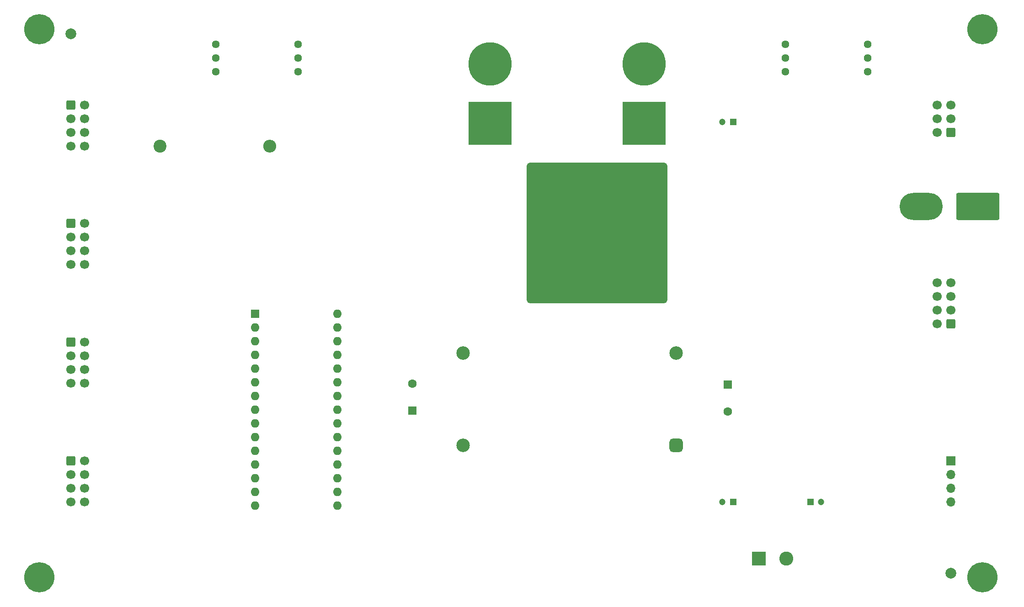
<source format=gts>
G04 #@! TF.GenerationSoftware,KiCad,Pcbnew,7.0.9-7.0.9~ubuntu20.04.1*
G04 #@! TF.CreationDate,2023-12-17T18:48:26+01:00*
G04 #@! TF.ProjectId,linear_controller,6c696e65-6172-45f6-936f-6e74726f6c6c,1.0*
G04 #@! TF.SameCoordinates,Original*
G04 #@! TF.FileFunction,Soldermask,Top*
G04 #@! TF.FilePolarity,Negative*
%FSLAX46Y46*%
G04 Gerber Fmt 4.6, Leading zero omitted, Abs format (unit mm)*
G04 Created by KiCad (PCBNEW 7.0.9-7.0.9~ubuntu20.04.1) date 2023-12-17 18:48:26*
%MOMM*%
%LPD*%
G01*
G04 APERTURE LIST*
G04 Aperture macros list*
%AMRoundRect*
0 Rectangle with rounded corners*
0 $1 Rounding radius*
0 $2 $3 $4 $5 $6 $7 $8 $9 X,Y pos of 4 corners*
0 Add a 4 corners polygon primitive as box body*
4,1,4,$2,$3,$4,$5,$6,$7,$8,$9,$2,$3,0*
0 Add four circle primitives for the rounded corners*
1,1,$1+$1,$2,$3*
1,1,$1+$1,$4,$5*
1,1,$1+$1,$6,$7*
1,1,$1+$1,$8,$9*
0 Add four rect primitives between the rounded corners*
20,1,$1+$1,$2,$3,$4,$5,0*
20,1,$1+$1,$4,$5,$6,$7,0*
20,1,$1+$1,$6,$7,$8,$9,0*
20,1,$1+$1,$8,$9,$2,$3,0*%
G04 Aperture macros list end*
%ADD10C,5.600000*%
%ADD11C,1.440000*%
%ADD12RoundRect,0.625000X0.625000X0.625000X-0.625000X0.625000X-0.625000X-0.625000X0.625000X-0.625000X0*%
%ADD13C,2.500000*%
%ADD14R,1.700000X1.700000*%
%ADD15O,1.700000X1.700000*%
%ADD16RoundRect,0.250000X0.600000X0.600000X-0.600000X0.600000X-0.600000X-0.600000X0.600000X-0.600000X0*%
%ADD17C,1.700000*%
%ADD18RoundRect,0.250000X-0.600000X-0.600000X0.600000X-0.600000X0.600000X0.600000X-0.600000X0.600000X0*%
%ADD19R,1.200000X1.200000*%
%ADD20C,1.200000*%
%ADD21C,8.000000*%
%ADD22R,8.000000X8.000000*%
%ADD23R,1.600000X1.600000*%
%ADD24C,1.600000*%
%ADD25O,1.600000X1.600000*%
%ADD26RoundRect,2.500000X-1.500000X0.000000X1.500000X0.000000X1.500000X0.000000X-1.500000X0.000000X0*%
%ADD27RoundRect,0.250000X-3.750000X-2.250000X3.750000X-2.250000X3.750000X2.250000X-3.750000X2.250000X0*%
%ADD28C,2.000000*%
%ADD29C,2.400000*%
%ADD30O,2.400000X2.400000*%
%ADD31R,2.600000X2.600000*%
%ADD32C,2.600000*%
%ADD33RoundRect,0.500000X-12.500000X-12.500000X12.500000X-12.500000X12.500000X12.500000X-12.500000X12.500000X0*%
G04 APERTURE END LIST*
D10*
X54200000Y-145800000D03*
D11*
X102070000Y-52065000D03*
X102070000Y-49525000D03*
X102070000Y-46985000D03*
X86830000Y-52065000D03*
X86830000Y-49525000D03*
X86830000Y-46985000D03*
D12*
X172136500Y-121332500D03*
D13*
X172136500Y-104187500D03*
X132639500Y-104187500D03*
X132639500Y-121332500D03*
D14*
X223000000Y-124190000D03*
D15*
X223000000Y-126730000D03*
X223000000Y-129270000D03*
X223000000Y-131810000D03*
D11*
X192360000Y-52065000D03*
X192360000Y-49525000D03*
X192360000Y-46985000D03*
D16*
X223000000Y-63270000D03*
D17*
X220460000Y-63270000D03*
X223000000Y-60730000D03*
X220460000Y-60730000D03*
X223000000Y-58190000D03*
X220460000Y-58190000D03*
D18*
X60000000Y-80190000D03*
D17*
X62540000Y-80190000D03*
X60000000Y-82730000D03*
X62540000Y-82730000D03*
X60000000Y-85270000D03*
X62540000Y-85270000D03*
X60000000Y-87810000D03*
X62540000Y-87810000D03*
D19*
X182697600Y-131810000D03*
D20*
X180697600Y-131810000D03*
D21*
X166205000Y-50590000D03*
D22*
X166205000Y-61590000D03*
D19*
X196965000Y-131810000D03*
D20*
X198965000Y-131810000D03*
D23*
X123241500Y-114845200D03*
D24*
X123241500Y-109845200D03*
D18*
X60000000Y-58190000D03*
D17*
X62540000Y-58190000D03*
X60000000Y-60730000D03*
X62540000Y-60730000D03*
X60000000Y-63270000D03*
X62540000Y-63270000D03*
X60000000Y-65810000D03*
X62540000Y-65810000D03*
D10*
X54200000Y-44200000D03*
D18*
X60000000Y-124190000D03*
D17*
X62540000Y-124190000D03*
X60000000Y-126730000D03*
X62540000Y-126730000D03*
X60000000Y-129270000D03*
X62540000Y-129270000D03*
X60000000Y-131810000D03*
X62540000Y-131810000D03*
D23*
X94105000Y-96885000D03*
D25*
X94105000Y-99425000D03*
X94105000Y-101965000D03*
X94105000Y-104505000D03*
X94105000Y-107045000D03*
X94105000Y-109585000D03*
X94105000Y-112125000D03*
X94105000Y-114665000D03*
X94105000Y-117205000D03*
X94105000Y-119745000D03*
X94105000Y-122285000D03*
X94105000Y-124825000D03*
X94105000Y-127365000D03*
X94105000Y-129905000D03*
X94105000Y-132445000D03*
X109345000Y-132445000D03*
X109345000Y-129905000D03*
X109345000Y-127365000D03*
X109345000Y-124825000D03*
X109345000Y-122285000D03*
X109345000Y-119745000D03*
X109345000Y-117205000D03*
X109345000Y-114665000D03*
X109345000Y-112125000D03*
X109345000Y-109585000D03*
X109345000Y-107045000D03*
X109345000Y-104505000D03*
X109345000Y-101965000D03*
X109345000Y-99425000D03*
X109345000Y-96885000D03*
D10*
X228800000Y-145800000D03*
D26*
X217500000Y-77000000D03*
D27*
X228000000Y-77000000D03*
D10*
X228800000Y-44200000D03*
D21*
X137630000Y-50590000D03*
D22*
X137630000Y-61590000D03*
D19*
X182697600Y-61325000D03*
D20*
X180697600Y-61325000D03*
D11*
X207600000Y-52065000D03*
X207600000Y-49525000D03*
X207600000Y-46985000D03*
D28*
X223000000Y-145000000D03*
D29*
X76510000Y-65810000D03*
D30*
X96830000Y-65810000D03*
D28*
X60000000Y-45000000D03*
D18*
X60000000Y-102190000D03*
D17*
X62540000Y-102190000D03*
X60000000Y-104730000D03*
X62540000Y-104730000D03*
X60000000Y-107270000D03*
X62540000Y-107270000D03*
X60000000Y-109810000D03*
X62540000Y-109810000D03*
D31*
X187435000Y-142275000D03*
D32*
X192515000Y-142275000D03*
D23*
X181661500Y-110039800D03*
D24*
X181661500Y-115039800D03*
D16*
X223000000Y-98810000D03*
D17*
X220460000Y-98810000D03*
X223000000Y-96270000D03*
X220460000Y-96270000D03*
X223000000Y-93730000D03*
X220460000Y-93730000D03*
X223000000Y-91190000D03*
X220460000Y-91190000D03*
D33*
X157470000Y-81960000D03*
M02*

</source>
